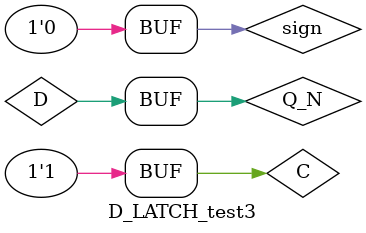
<source format=v>
`timescale 1ns / 1ps
module D_LATCH_test3 ();
  reg  C,sign;
  wire D, Q, Q_N;
  D_LATCH test3 (
      D,
      C,
      Q,
      Q_N
  );
  assign D=sign|Q_N;
  /*
  D_LATCH test3 (
      D,
      C,
      Q,
      Q_N
  );
  initial begin
    D = 0;
    C = 1;
    #50;
    D = 1;
    #50;
    C = 0;
    D = 0;
    #50;
    D = 1;
    #50;
  end*/
  initial begin
    C=1;
    sign=1;
    #100;
    sign=0;
  end
endmodule

</source>
